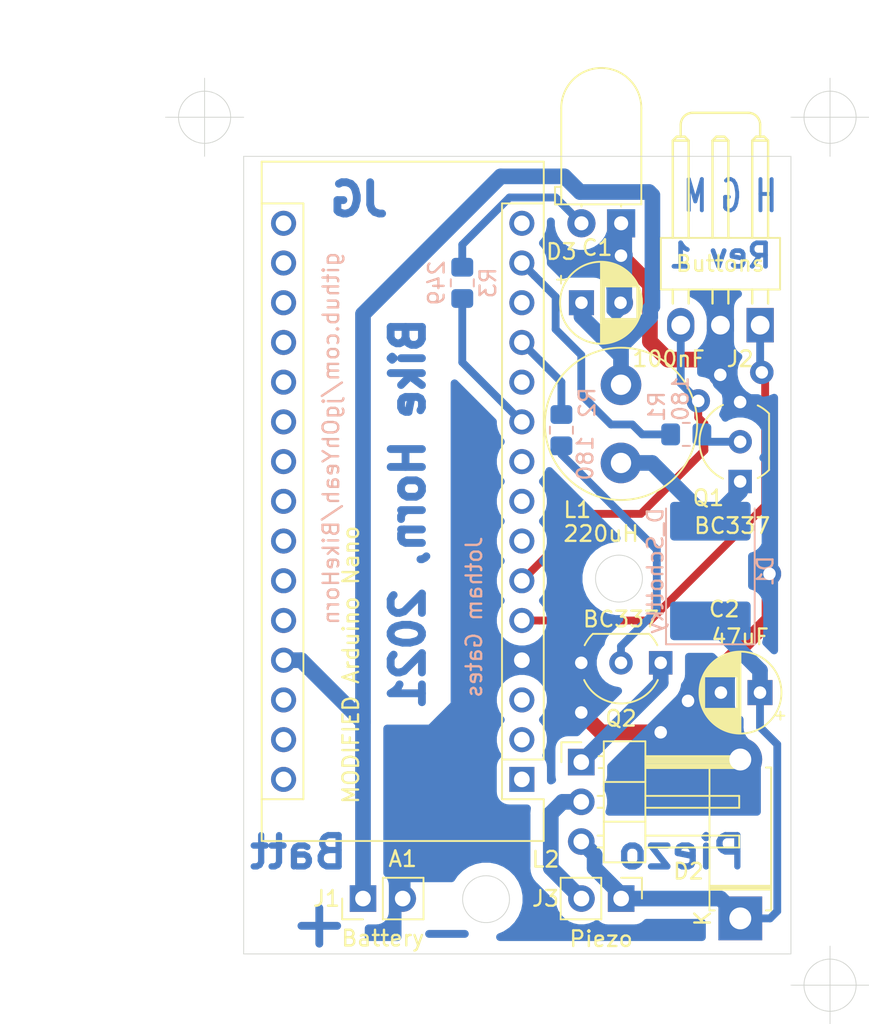
<source format=kicad_pcb>
(kicad_pcb (version 20211014) (generator pcbnew)
  (layers (0 "F.Cu" signal) (31 "B.Cu" signal) (34 "B.Paste" user) (35 "F.Paste" user) (36 "B.SilkS" user "B.Silkscreen") (37 "F.SilkS" user "F.Silkscreen") (38 "B.Mask" user) (39 "F.Mask" user) (44 "Edge.Cuts" user))
  (net 0 "")
  (net 1 "Net-(A1-Pad16)")
  (net 2 "Net-(A1-Pad15)")
  (net 3 "Net-(A1-Pad30)")
  (net 4 "Net-(A1-Pad14)")
  (net 5 "GND")
  (net 6 "Net-(A1-Pad13)")
  (net 7 "Net-(A1-Pad28)")
  (net 8 "Net-(A1-Pad12)")
  (net 9 "+BATT")
  (net 10 "Net-(A1-Pad11)")
  (net 11 "Net-(A1-Pad26)")
  (net 12 "Net-(A1-Pad10)")
  (net 13 "Net-(A1-Pad25)")
  (net 14 "Net-(A1-Pad9)")
  (net 15 "Net-(A1-Pad24)")
  (net 16 "Net-(A1-Pad8)")
  (net 17 "Net-(A1-Pad23)")
  (net 18 "Net-(A1-Pad7)")
  (net 19 "Net-(A1-Pad22)")
  (net 20 "Net-(A1-Pad6)")
  (net 21 "Net-(A1-Pad21)")
  (net 22 "Net-(A1-Pad5)")
  (net 23 "Net-(A1-Pad20)")
  (net 24 "Net-(A1-Pad19)")
  (net 25 "Net-(A1-Pad3)")
  (net 26 "Net-(A1-Pad18)")
  (net 27 "Net-(A1-Pad2)")
  (net 28 "Net-(A1-Pad17)")
  (net 29 "Net-(A1-Pad1)")
  (net 30 "Net-(C2-Pad1)")
  (net 31 "Net-(D1-Pad2)")
  (net 32 "Net-(J3-Pad2)")
  (net 33 "Net-(L2-Pad1)")
  (net 34 "Net-(Q1-Pad2)")
  (net 35 "Net-(Q2-Pad2)")
  (net 36 "Net-(D3-Pad2)")
  (net 37 "Net-(A1-Pad29)")
  (footprint "Diode_THT:D_5W_P10.16mm_Horizontal" (layer "F.Cu") (at 60.96 87.63 90)
    (fp_text reference "D2" (at 3.01 -3.312 180) (layer "F.SilkS"))
    (fp_text value "22V")
    (fp_text user "K" (at 0 -2.4 90) (layer "F.SilkS"))
    (pad "1" thru_hole rect locked (at 0 0 90) (size 2.8 2.8) (drill 1.4) (layers *.Cu *.Mask) (net 30 "Net-(C2-Pad1)"))
    (pad "2" thru_hole oval locked (at 10.16 0 90) (size 2.8 2.8) (drill 1.4) (layers *.Cu *.Mask) (net 5 "GND"))
  )
  (footprint "LED_THT:LED_D5.0mm_Horizontal_O1.27mm_Z3.0mm" (layer "F.Cu") (at 53.34 43.18 180)
    (fp_text reference "D3" (at 3.82 -1.816) (layer "F.SilkS"))
    (fp_text value "LED")
    (pad "1" thru_hole rect locked (at 0 0 180) (size 1.8 1.8) (drill 0.9) (layers *.Cu *.Mask) (net 5 "GND"))
    (pad "2" thru_hole circle locked (at 2.54 0 180) (size 1.8 1.8) (drill 0.9) (layers *.Cu *.Mask) (net 36 "Net-(D3-Pad2)"))
  )
  (footprint "Capacitor_THT:CP_Radial_D5.0mm_P2.50mm" (layer "F.Cu") (at 50.8 48.26)
    (fp_text reference "C1" (at 1.006 -3.518) (layer "F.SilkS"))
    (fp_text value "100nF" (at 5.578 3.594) (layer "F.SilkS"))
    (pad "1" thru_hole rect locked (at 0 0) (size 1.6 1.6) (drill 0.8) (layers *.Cu *.Mask) (net 9 "+BATT"))
    (pad "2" thru_hole circle locked (at 2.5 0) (size 1.6 1.6) (drill 0.8) (layers *.Cu *.Mask) (net 5 "GND"))
  )
  (footprint "Package_TO_SOT_THT:TO-92_Inline_Wide" (layer "F.Cu") (at 55.87 71.285 180)
    (fp_text reference "Q2" (at 2.54 -3.56) (layer "F.SilkS"))
    (fp_text value "BC337" (at 2.54 2.79) (layer "F.SilkS"))
    (pad "1" thru_hole rect locked (at 0 0 180) (size 1.5 1.5) (drill 0.8) (layers *.Cu *.Mask) (net 33 "Net-(L2-Pad1)"))
    (pad "2" thru_hole circle locked (at 2.54 0 180) (size 1.5 1.5) (drill 0.8) (layers *.Cu *.Mask) (net 35 "Net-(Q2-Pad2)"))
    (pad "3" thru_hole circle locked (at 5.08 0 180) (size 1.5 1.5) (drill 0.8) (layers *.Cu *.Mask) (net 5 "GND"))
  )
  (footprint "Connector_PinHeader_2.54mm:PinHeader_1x03_P2.54mm_Horizontal" (layer "F.Cu") (at 50.79 77.635)
    (fp_text reference "L2" (at -2.286 6.223 180) (layer "F.SilkS"))
    (fp_text value "PiezoDriverCoil")
    (pad "1" thru_hole rect locked (at 0 0) (size 1.7 1.7) (drill 1) (layers *.Cu *.Mask) (net 33 "Net-(L2-Pad1)"))
    (pad "2" thru_hole oval locked (at 0 2.54) (size 1.7 1.7) (drill 1) (layers *.Cu *.Mask) (net 32 "Net-(J3-Pad2)"))
    (pad "3" thru_hole oval locked (at 0 5.08) (size 1.7 1.7) (drill 1) (layers *.Cu *.Mask) (net 30 "Net-(C2-Pad1)"))
  )
  (footprint "Connector_PinHeader_2.54mm:PinHeader_1x02_P2.54mm_Vertical" (layer "F.Cu") (at 36.83 86.36 90)
    (fp_text reference "J1" (at 0 -2.33 180) (layer "F.SilkS"))
    (fp_text value "Battery" (at -2.54 1.27 180) (layer "F.SilkS"))
    (pad "1" thru_hole rect locked (at 0 0 90) (size 1.7 1.7) (drill 1) (layers *.Cu *.Mask) (net 9 "+BATT"))
    (pad "2" thru_hole oval locked (at 0 2.54 90) (size 1.7 1.7) (drill 1) (layers *.Cu *.Mask) (net 5 "GND"))
  )
  (footprint "footprints:Molex_KK-254_1x03_P2.54mm_Horizontal" (layer "F.Cu") (at 62.23 49.695 180)
    (fp_text reference "J2" (at 1.28 -2.159) (layer "F.SilkS"))
    (fp_text value "Buttons" (at 2.55 3.937) (layer "F.SilkS"))
    (pad "1" thru_hole rect locked (at 0 0 180) (size 1.74 2.2) (drill 1.2) (layers *.Cu *.Mask) (net 22 "Net-(A1-Pad5)"))
    (pad "2" thru_hole oval locked (at 2.54 0 180) (size 1.74 2.2) (drill 1.2) (layers *.Cu *.Mask) (net 5 "GND"))
    (pad "3" thru_hole oval locked (at 5.08 0 180) (size 1.74 2.2) (drill 1.2) (layers *.Cu *.Mask) (net 20 "Net-(A1-Pad6)"))
  )
  (footprint "Connector_PinHeader_2.54mm:PinHeader_1x02_P2.54mm_Vertical" (layer "F.Cu") (at 53.34 86.36 -90)
    (fp_text reference "J3" (at 0 4.836 180) (layer "F.SilkS"))
    (fp_text value "Piezo" (at 2.578 1.28 180) (layer "F.SilkS"))
    (pad "1" thru_hole rect locked (at 0 0 270) (size 1.7 1.7) (drill 1) (layers *.Cu *.Mask) (net 30 "Net-(C2-Pad1)"))
    (pad "2" thru_hole oval locked (at 0 2.54 270) (size 1.7 1.7) (drill 1) (layers *.Cu *.Mask) (net 32 "Net-(J3-Pad2)"))
  )
  (footprint "Capacitor_THT:CP_Radial_D5.0mm_P2.50mm" (layer "F.Cu") (at 62.22 73.19 180)
    (fp_text reference "C2" (at 2.286 5.334) (layer "F.SilkS"))
    (fp_text value "47uF" (at 1.27 3.556) (layer "F.SilkS"))
    (pad "1" thru_hole rect locked (at 0 0 180) (size 1.6 1.6) (drill 0.8) (layers *.Cu *.Mask) (net 30 "Net-(C2-Pad1)"))
    (pad "2" thru_hole circle locked (at 2.5 0 180) (size 1.6 1.6) (drill 0.8) (layers *.Cu *.Mask) (net 5 "GND"))
  )
  (footprint "Package_TO_SOT_THT:TO-92_Inline_Wide" (layer "F.Cu") (at 60.95 59.69 90)
    (fp_text reference "Q1" (at -1.054 -2.032 180) (layer "F.SilkS"))
    (fp_text value "BC337" (at -2.832 -0.508 180) (layer "F.SilkS"))
    (pad "1" thru_hole rect locked (at 0 0 90) (size 1.5 1.5) (drill 0.8) (layers *.Cu *.Mask) (net 31 "Net-(D1-Pad2)"))
    (pad "2" thru_hole circle locked (at 2.54 0 90) (size 1.5 1.5) (drill 0.8) (layers *.Cu *.Mask) (net 34 "Net-(Q1-Pad2)"))
    (pad "3" thru_hole circle locked (at 5.08 0 90) (size 1.5 1.5) (drill 0.8) (layers *.Cu *.Mask) (net 5 "GND"))
  )
  (footprint "Inductor_THT:L_Radial_D9.5mm_P5.00mm_Fastron_07HVP" (layer "F.Cu") (at 53.33 53.505 -90)
    (fp_text reference "L1" (at 8.001 2.794 180) (layer "F.SilkS"))
    (fp_text value "220uH" (at 9.525 1.27 180) (layer "F.SilkS"))
    (pad "1" thru_hole circle locked (at 0 0 270) (size 2.6 2.6) (drill 1.3) (layers *.Cu *.Mask) (net 9 "+BATT"))
    (pad "2" thru_hole circle locked (at 5 0 270) (size 2.6 2.6) (drill 1.3) (layers *.Cu *.Mask) (net 31 "Net-(D1-Pad2)"))
  )
  (footprint "footprints:Arduino_Nano" (layer "F.Cu") (at 46.99 78.74 180)
    (fp_text reference "A1" (at 7.62 -5.08) (layer "F.SilkS"))
    (fp_text value "MODIFIED Arduino Nano" (at 10.932 7.328 90) (layer "F.SilkS"))
    (pad "1" thru_hole rect locked (at 0 0 180) (size 1.6 1.6) (drill 1) (layers *.Cu *.Mask) (net 29 "Net-(A1-Pad1)"))
    (pad "2" thru_hole oval locked (at 0 2.54 180) (size 1.6 1.6) (drill 1) (layers *.Cu *.Mask) (net 27 "Net-(A1-Pad2)"))
    (pad "3" thru_hole oval locked (at 0 5.08 180) (size 1.6 1.6) (drill 1) (layers *.Cu *.Mask) (net 25 "Net-(A1-Pad3)"))
    (pad "4" thru_hole oval locked (at 0 7.62 180) (size 1.6 1.6) (drill 1) (layers *.Cu *.Mask) (net 5 "GND"))
    (pad "5" thru_hole oval locked (at 0 10.16 180) (size 1.6 1.6) (drill 1) (layers *.Cu *.Mask) (net 22 "Net-(A1-Pad5)"))
    (pad "6" thru_hole oval locked (at 0 12.7 180) (size 1.6 1.6) (drill 1) (layers *.Cu *.Mask) (net 20 "Net-(A1-Pad6)"))
    (pad "7" thru_hole oval locked (at 0 15.24 180) (size 1.6 1.6) (drill 1) (layers *.Cu *.Mask) (net 18 "Net-(A1-Pad7)"))
    (pad "8" thru_hole oval locked (at 0 17.78 180) (size 1.6 1.6) (drill 1) (layers *.Cu *.Mask) (net 16 "Net-(A1-Pad8)"))
    (pad "9" thru_hole oval locked (at 0 20.32 180) (size 1.6 1.6) (drill 1) (layers *.Cu *.Mask) (net 14 "Net-(A1-Pad9)"))
    (pad "10" thru_hole oval locked (at 0 22.86 180) (size 1.6 1.6) (drill 1) (layers *.Cu *.Mask) (net 12 "Net-(A1-Pad10)"))
    (pad "11" thru_hole oval locked (at 0 25.4 180) (size 1.6 1.6) (drill 1) (layers *.Cu *.Mask) (net 10 "Net-(A1-Pad11)"))
    (pad "12" thru_hole oval locked (at 0 27.94 180) (size 1.6 1.6) (drill 1) (layers *.Cu *.Mask) (net 8 "Net-(A1-Pad12)"))
    (pad "13" thru_hole oval locked (at 0 30.48 180) (size 1.6 1.6) (drill 1) (layers *.Cu *.Mask) (net 6 "Net-(A1-Pad13)"))
    (pad "14" thru_hole oval locked (at 0 33.02 180) (size 1.6 1.6) (drill 1) (layers *.Cu *.Mask) (net 4 "Net-(A1-Pad14)"))
    (pad "15" thru_hole oval locked (at 0 35.56 180) (size 1.6 1.6) (drill 1) (layers *.Cu *.Mask) (net 2 "Net-(A1-Pad15)"))
    (pad "16" thru_hole oval locked (at 15.24 35.56 180) (size 1.6 1.6) (drill 1) (layers *.Cu *.Mask) (net 1 "Net-(A1-Pad16)"))
    (pad "17" thru_hole oval locked (at 15.24 33.02 180) (size 1.6 1.6) (drill 1) (layers *.Cu *.Mask) (net 28 "Net-(A1-Pad17)"))
    (pad "18" thru_hole oval locked (at 15.24 30.48 180) (size 1.6 1.6) (drill 1) (layers *.Cu *.Mask) (net 26 "Net-(A1-Pad18)"))
    (pad "19" thru_hole oval locked (at 15.24 27.94 180) (size 1.6 1.6) (drill 1) (layers *.Cu *.Mask) (net 24 "Net-(A1-Pad19)"))
    (pad "20" thru_hole oval locked (at 15.24 25.4 180) (size 1.6 1.6) (drill 1) (layers *.Cu *.Mask) (net 23 "Net-(A1-Pad20)"))
    (pad "21" thru_hole oval locked (at 15.24 22.86 180) (size 1.6 1.6) (drill 1) (layers *.Cu *.Mask) (net 21 "Net-(A1-Pad21)"))
    (pad "22" thru_hole oval locked (at 15.24 20.32 180) (size 1.6 1.6) (drill 1) (layers *.Cu *.Mask) (net 19 "Net-(A1-Pad22)"))
    (pad "23" thru_hole oval locked (at 15.24 17.78 180) (size 1.6 1.6) (drill 1) (layers *.Cu *.Mask) (net 17 "Net-(A1-Pad23)"))
    (pad "24" thru_hole oval locked (at 15.24 15.24 180) (size 1.6 1.6) (drill 1) (layers *.Cu *.Mask) (net 15 "Net-(A1-Pad24)"))
    (pad "25" thru_hole oval locked (at 15.24 12.7 180) (size 1.6 1.6) (drill 1) (layers *.Cu *.Mask) (net 13 "Net-(A1-Pad25)"))
    (pad "26" thru_hole oval locked (at 15.24 10.16 180) (size 1.6 1.6) (drill 1) (layers *.Cu *.Mask) (net 11 "Net-(A1-Pad26)"))
    (pad "27" thru_hole oval locked (at 15.24 7.62 180) (size 1.6 1.6) (drill 1) (layers *.Cu *.Mask) (net 9 "+BATT"))
    (pad "28" thru_hole oval locked (at 15.24 5.08 180) (size 1.6 1.6) (drill 1) (layers *.Cu *.Mask) (net 7 "Net-(A1-Pad28)"))
    (pad "29" thru_hole oval locked (at 15.24 2.54 180) (size 1.6 1.6) (drill 1) (layers *.Cu *.Mask) (net 37 "Net-(A1-Pad29)"))
    (pad "30" thru_hole oval locked (at 15.24 0 180) (size 1.6 1.6) (drill 1) (layers *.Cu *.Mask) (net 3 "Net-(A1-Pad30)"))
  )
  (footprint "Diode_SMD:D_3220_8050Metric" (layer "B.Cu") (at 59.045 65.4175 90)
    (fp_text reference "D1" (at 0 3.52 90) (layer "B.SilkS") (effects (justify mirror)))
    (fp_text value "D_Schottky" (at 0 -3.52 90) (layer "B.SilkS") (effects (justify mirror)))
    (pad "1" smd roundrect locked (at -3.1875 0 90) (size 2.475 5.15) (layers "B.Cu" "B.Paste" "B.Mask") (roundrect_rratio 0.101009697) (net 30 "Net-(C2-Pad1)"))
    (pad "2" smd roundrect locked (at 3.1875 0 90) (size 2.475 5.15) (layers "B.Cu" "B.Paste" "B.Mask") (roundrect_rratio 0.101009697) (net 31 "Net-(D1-Pad2)"))
  )
  (footprint "Resistor_SMD:R_0805_2012Metric_Pad1.20x1.40mm_HandSolder" (layer "B.Cu") (at 57.505 56.68 180)
    (fp_text reference "R1" (at 1.889 1.778 90) (layer "B.SilkS") (effects (justify mirror)))
    (fp_text value "180" (at 0.365 2.286 90) (layer "B.SilkS") (effects (justify mirror)))
    (pad "1" smd roundrect locked (at -1 0 180) (size 1.2 1.4) (layers "B.Cu" "B.Paste" "B.Mask") (roundrect_rratio 0.2083325) (net 34 "Net-(Q1-Pad2)"))
    (pad "2" smd roundrect locked (at 1 0 180) (size 1.2 1.4) (layers "B.Cu" "B.Paste" "B.Mask") (roundrect_rratio 0.2083325) (net 4 "Net-(A1-Pad14)"))
  )
  (footprint "Resistor_SMD:R_0805_2012Metric_Pad1.20x1.40mm_HandSolder" (layer "B.Cu") (at 49.52 56.41 90)
    (fp_text reference "R2" (at 1.762 1.65 90) (layer "B.SilkS") (effects (justify mirror)))
    (fp_text value "180" (at -1.794 1.524 90) (layer "B.SilkS") (effects (justify mirror)))
    (pad "1" smd roundrect locked (at -1 0 90) (size 1.2 1.4) (layers "B.Cu" "B.Paste" "B.Mask") (roundrect_rratio 0.2083325) (net 35 "Net-(Q2-Pad2)"))
    (pad "2" smd roundrect locked (at 1 0 90) (size 1.2 1.4) (layers "B.Cu" "B.Paste" "B.Mask") (roundrect_rratio 0.2083325) (net 8 "Net-(A1-Pad12)"))
  )
  (footprint "Resistor_SMD:R_0805_2012Metric_Pad1.20x1.40mm_HandSolder" (layer "B.Cu") (at 43.18 46.99 90)
    (fp_text reference "R3" (at 0 1.65 90) (layer "B.SilkS") (effects (justify mirror)))
    (fp_text value "249" (at 0 -1.65 90) (layer "B.SilkS") (effects (justify mirror)))
    (pad "1" smd roundrect locked (at -1 0 90) (size 1.2 1.4) (layers "B.Cu" "B.Paste" "B.Mask") (roundrect_rratio 0.2083325) (net 12 "Net-(A1-Pad10)"))
    (pad "2" smd roundrect locked (at 1 0 90) (size 1.2 1.4) (layers "B.Cu" "B.Paste" "B.Mask") (roundrect_rratio 0.2083325) (net 36 "Net-(D3-Pad2)"))
  )
  (gr_line (start 64.2 89.9) (end 64.2 38.9) (layer "Edge.Cuts") (width 0.05))
  (gr_line (start 64.2 38.9) (end 29.2 38.9) (layer "Edge.Cuts") (width 0.05))
  (gr_line (start 29.2 89.9) (end 64.2 89.9) (layer "Edge.Cuts") (width 0.05))
  (gr_circle (center 53.2 65.9) (end 54.7 65.9) (layer "Edge.Cuts") (width 0.05) (fill none))
  (gr_circle (center 44.7 86.4) (end 46.2 86.4) (layer "Edge.Cuts") (width 0.05) (fill none))
  (gr_line (start 29.2 38.9) (end 29.2 89.9) (layer "Edge.Cuts") (width 0.05))
  (gr_text "Batt" (at 32.7 83.4) (layer "B.Cu") (effects (font (size 2 2) (thickness 0.4)) (justify mirror)))
  (gr_text "Rev 1" (at 59.68 45.25) (layer "B.Cu") (effects (font (size 1.5 1.5) (thickness 0.3)) (justify mirror)))
  (gr_text "-" (at 42.2 88.4) (layer "B.Cu") (effects (font (size 3 3) (thickness 0.5)) (justify mirror)))
  (gr_text "+" (at 34.036 87.884) (layer "B.Cu") (effects (font (size 3 3) (thickness 0.5)) (justify mirror)))
  (gr_text "H G M" (at 60.315 41.44) (layer "B.Cu") (effects (font (size 2 1.25) (thickness 0.25)) (justify mirror)))
  (gr_text "JG" (at 36.576 41.656) (layer "B.Cu") (effects (font (size 2 2) (thickness 0.5)) (justify mirror)))
  (gr_text "Bike Horn, 2021" (at 39.7 61.76 90) (layer "B.Cu") (effects (font (size 2 2) (thickness 0.5)) (justify mirror)))
  (gr_text "Piezo" (at 57.2 83.4) (layer "B.Cu") (effects (font (size 2 2) (thickness 0.4)) (justify mirror)))
  (gr_text "Jotham Gates" (at 43.932 68.364 90) (layer "B.SilkS") (effects (font (size 1 1)) (justify mirror)))
  (gr_text "github.com/jgOhYeah/BikeHorn" (at 34.788 56.934 90) (layer "B.SilkS") (effects (font (size 1 1)) (justify mirror)))
  (target plus (at 66.7 91.9) (size 5) (width 0.05) (layer "Edge.Cuts"))
  (target plus (at 26.7 36.4) (size 5) (width 0.05) (layer "Edge.Cuts"))
  (target plus (at 66.7 36.4) (size 5) (width 0.05) (layer "Edge.Cuts"))
  (segment (start 47.789999 46.519999) (end 46.99 45.72) (width 0.5) (layer "B.Cu") (net 4))
  (segment (start 49.149999 49.959999) (end 49.149999 47.879999) (width 0.5) (layer "B.Cu") (net 4))
  (segment (start 52.687998 56.045) (end 50.79 54.147002) (width 0.5) (layer "B.Cu") (net 4))
  (segment (start 56.505 56.68) (end 54.687002 56.68) (width 0.5) (layer "B.Cu") (net 4))
  (segment (start 49.149999 47.879999) (end 47.789999 46.519999) (width 0.5) (layer "B.Cu") (net 4))
  (segment (start 50.79 51.6) (end 49.149999 49.959999) (width 0.5) (layer "B.Cu") (net 4))
  (segment (start 54.687002 56.68) (end 54.052002 56.045) (width 0.5) (layer "B.Cu") (net 4))
  (segment (start 54.052002 56.045) (end 52.687998 56.045) (width 0.5) (layer "B.Cu") (net 4))
  (segment (start 50.79 54.147002) (end 50.79 51.6) (width 0.5) (layer "B.Cu") (net 4))
  (segment (start 58.930001 52.120001) (end 59.68 52.87) (width 1) (layer "F.Cu") (net 5))
  (segment (start 58.70501 51.89501) (end 58.930001 52.120001) (width 1) (layer "F.Cu") (net 5))
  (segment (start 55.87 75.73) (end 52.06 75.73) (width 1) (layer "F.Cu") (net 5))
  (segment (start 56.333996 51.89501) (end 58.70501 51.89501) (width 1) (layer "F.Cu") (net 5))
  (segment (start 62.825 68.512481) (end 62.825 65.593274) (width 1) (layer "F.Cu") (net 5))
  (segment (start 52.06 75.73) (end 50.79 74.46) (width 1) (layer "F.Cu") (net 5))
  (segment (start 55.17999 47.09999) (end 53.33 45.25) (width 1) (layer "F.Cu") (net 5))
  (segment (start 55.17999 50.741004) (end 56.333996 51.89501) (width 1) (layer "F.Cu") (net 5))
  (segment (start 55.17999 50.741004) (end 55.17999 47.09999) (width 1) (layer "F.Cu") (net 5))
  (segment (start 57.616699 73.720782) (end 62.825 68.512481) (width 1) (layer "F.Cu") (net 5))
  (via (at 55.87 75.73) (size 1.5) (drill 0.8) (layers "F.Cu" "B.Cu") (net 5))
  (via (at 59.68 52.87) (size 1.5) (drill 0.8) (layers "F.Cu" "B.Cu") (net 5))
  (via (at 53.33 45.25) (size 1.5) (drill 0.8) (layers "F.Cu" "B.Cu") (net 5))
  (via (at 57.616699 73.720782) (size 1.5) (drill 0.8) (layers "F.Cu" "B.Cu") (net 5))
  (via (at 50.79 74.46) (size 1.5) (drill 0.8) (layers "F.Cu" "B.Cu") (net 5))
  (via (at 62.825 65.593274) (size 1.5) (drill 0.8) (layers "F.Cu" "B.Cu") (net 5))
  (segment (start 60.96 77.47) (end 59.72 76.23) (width 1) (layer "B.Cu") (net 5))
  (segment (start 53.33 45.25) (end 53.34 48.22) (width 1) (layer "B.Cu") (net 5))
  (segment (start 62.825 55.42434) (end 62.01066 54.61) (width 1) (layer "B.Cu") (net 5))
  (segment (start 50.79 74.46) (end 50.79 71.285) (width 1) (layer "B.Cu") (net 5))
  (segment (start 62.01066 54.61) (end 60.95 54.61) (width 1) (layer "B.Cu") (net 5))
  (segment (start 46.99 71.12) (end 45.85863 71.12) (width 1) (layer "B.Cu") (net 5))
  (segment (start 45.85863 71.12) (end 39.37 77.60863) (width 1) (layer "B.Cu") (net 5))
  (segment (start 47.155 71.285) (end 46.99 71.12) (width 1) (layer "B.Cu") (net 5))
  (segment (start 53.34 43.18) (end 53.33 45.25) (width 1) (layer "B.Cu") (net 5))
  (segment (start 59.69 53.35) (end 59.69 52.88) (width 1) (layer "B.Cu") (net 5))
  (segment (start 59.69 53.35) (end 59.69 49.695) (width 1) (layer "B.Cu") (net 5))
  (segment (start 50.79 71.285) (end 47.155 71.285) (width 1) (layer "B.Cu") (net 5))
  (segment (start 57.18 75.69) (end 57.18 74.157481) (width 1) (layer "B.Cu") (net 5))
  (segment (start 59.69 52.88) (end 59.68 52.87) (width 1) (layer "B.Cu") (net 5))
  (segment (start 39.37 85.157919) (end 39.37 86.36) (width 1) (layer "B.Cu") (net 5))
  (segment (start 53.34 48.22) (end 53.3 48.26) (width 1) (layer "B.Cu") (net 5))
  (segment (start 59.72 76.23) (end 59.72 75.69) (width 1) (layer "B.Cu") (net 5))
  (segment (start 39.37 77.60863) (end 39.37 85.157919) (width 1) (layer "B.Cu") (net 5))
  (segment (start 55.91 75.69) (end 55.87 75.73) (width 1) (layer "B.Cu") (net 5))
  (segment (start 57.18 75.69) (end 55.91 75.69) (width 1) (layer "B.Cu") (net 5))
  (segment (start 59.72 75.69) (end 57.18 75.69) (width 1) (layer "B.Cu") (net 5))
  (segment (start 57.18 74.157481) (end 57.616699 73.720782) (width 1) (layer "B.Cu") (net 5))
  (segment (start 59.72 75.69) (end 59.72 73.19) (width 1) (layer "B.Cu") (net 5))
  (segment (start 62.825 65.593274) (end 62.825 55.42434) (width 1) (layer "B.Cu") (net 5))
  (segment (start 60.95 54.61) (end 59.69 53.35) (width 1) (layer "B.Cu") (net 5))
  (segment (start 49.52 53.33) (end 49.52 55.41) (width 0.5) (layer "B.Cu") (net 8))
  (segment (start 46.99 50.8) (end 49.52 53.33) (width 0.5) (layer "B.Cu") (net 8))
  (segment (start 36.83 75.06863) (end 32.88137 71.12) (width 1) (layer "B.Cu") (net 9))
  (segment (start 55.340001 48.488985) (end 55.200001 48.628985) (width 1) (layer "B.Cu") (net 9))
  (segment (start 53.33 51.666523) (end 53.33 53.505) (width 1) (layer "B.Cu") (net 9))
  (segment (start 45.638807 40.179989) (end 49.709192 40.17999) (width 1) (layer "B.Cu") (net 9))
  (segment (start 36.83 75.06863) (end 36.83 48.988796) (width 1) (layer "B.Cu") (net 9))
  (segment (start 49.709192 40.17999) (end 50.709201 41.179999) (width 1) (layer "B.Cu") (net 9))
  (segment (start 55.120001 41.179999) (end 55.340001 41.399999) (width 1) (layer "B.Cu") (net 9))
  (segment (start 55.200001 49.172001) (end 53.33 51.042002) (width 1) (layer "B.Cu") (net 9))
  (segment (start 50.709201 41.179999) (end 55.120001 41.179999) (width 1) (layer "B.Cu") (net 9))
  (segment (start 50.8 49.136523) (end 53.33 51.666523) (width 1) (layer "B.Cu") (net 9))
  (segment (start 36.83 86.36) (end 36.83 75.06863) (width 1) (layer "B.Cu") (net 9))
  (segment (start 50.8 48.26) (end 50.8 49.136523) (width 1) (layer "B.Cu") (net 9))
  (segment (start 32.88137 71.12) (end 31.75 71.12) (width 1) (layer "B.Cu") (net 9))
  (segment (start 55.200001 48.628985) (end 55.200001 49.172001) (width 1) (layer "B.Cu") (net 9))
  (segment (start 36.83 48.988796) (end 45.638807 40.179989) (width 1) (layer "B.Cu") (net 9))
  (segment (start 53.33 51.042002) (end 53.33 51.666523) (width 1) (layer "B.Cu") (net 9))
  (segment (start 55.340001 41.399999) (end 55.340001 48.488985) (width 1) (layer "B.Cu") (net 9))
  (segment (start 43.18 52.07) (end 46.99 55.88) (width 0.5) (layer "B.Cu") (net 12))
  (segment (start 43.18 47.99) (end 43.18 52.07) (width 0.5) (layer "B.Cu") (net 12))
  (segment (start 58.664 57.696) (end 54.6 61.76) (width 0.5) (layer "F.Cu") (net 20))
  (segment (start 58.271168 54.537189) (end 58.271168 55.597849) (width 0.5) (layer "F.Cu") (net 20))
  (segment (start 54.6 61.76) (end 51.27 61.76) (width 0.5) (layer "F.Cu") (net 20))
  (segment (start 58.271168 55.597849) (end 58.664 55.990681) (width 0.5) (layer "F.Cu") (net 20))
  (segment (start 51.27 61.76) (end 46.99 66.04) (width 0.5) (layer "F.Cu") (net 20))
  (segment (start 58.589999 57.770001) (end 58.664 57.696) (width 0.5) (layer "F.Cu") (net 20))
  (segment (start 58.664 55.990681) (end 58.664 57.696) (width 0.5) (layer "F.Cu") (net 20))
  (via (at 58.271168 54.537189) (size 1.5) (drill 0.8) (layers "F.Cu" "B.Cu") (net 20))
  (segment (start 57.15 49.695) (end 57.15 53.416021) (width 0.5) (layer "B.Cu") (net 20))
  (segment (start 57.15 53.416021) (end 58.271168 54.537189) (width 0.5) (layer "B.Cu") (net 20))
  (segment (start 62.335446 52.71183) (end 62.550001 52.926385) (width 0.5) (layer "F.Cu") (net 22))
  (segment (start 62.550001 52.926385) (end 62.550001 61.232999) (width 0.5) (layer "F.Cu") (net 22))
  (segment (start 48.12137 68.58) (end 46.99 68.58) (width 0.5) (layer "F.Cu") (net 22))
  (segment (start 55.203 68.58) (end 48.12137 68.58) (width 0.5) (layer "F.Cu") (net 22))
  (segment (start 62.550001 61.232999) (end 55.203 68.58) (width 0.5) (layer "F.Cu") (net 22))
  (via (at 62.335446 52.71183) (size 1.5) (drill 0.8) (layers "F.Cu" "B.Cu") (net 22))
  (segment (start 62.23 52.606384) (end 62.335446 52.71183) (width 0.5) (layer "B.Cu") (net 22))
  (segment (start 62.23 49.695) (end 62.23 52.606384) (width 0.5) (layer "B.Cu") (net 22))
  (segment (start 63.32499 76.504988) (end 63.32499 87.16501) (width 0.5) (layer "B.Cu") (net 30))
  (segment (start 62.22 75.399998) (end 63.32499 76.504988) (width 0.5) (layer "B.Cu") (net 30))
  (segment (start 63.32499 87.16501) (end 62.86 87.63) (width 0.5) (layer "B.Cu") (net 30))
  (segment (start 62.22 71.78) (end 62.22 73.19) (width 1) (layer "B.Cu") (net 30))
  (segment (start 59.045 68.605) (end 62.22 71.78) (width 1) (layer "B.Cu") (net 30))
  (segment (start 51.639999 84.409999) (end 53.34 86.11) (width 1) (layer "B.Cu") (net 30))
  (segment (start 50.79 82.715) (end 51.639999 83.564999) (width 1) (layer "B.Cu") (net 30))
  (segment (start 51.639999 83.564999) (end 51.639999 84.409999) (width 1) (layer "B.Cu") (net 30))
  (segment (start 53.34 86.36) (end 59.69 86.36) (width 1) (layer "B.Cu") (net 30))
  (segment (start 62.86 87.63) (end 60.96 87.63) (width 0.5) (layer "B.Cu") (net 30))
  (segment (start 62.22 73.19) (end 62.22 75.399998) (width 0.5) (layer "B.Cu") (net 30))
  (segment (start 59.69 86.36) (end 60.96 87.63) (width 1) (layer "B.Cu") (net 30))
  (segment (start 53.34 86.11) (end 53.34 86.36) (width 1) (layer "B.Cu") (net 30))
  (segment (start 55.32 58.505) (end 59.045 62.23) (width 1) (layer "B.Cu") (net 31))
  (segment (start 53.33 58.505) (end 55.32 58.505) (width 1) (layer "B.Cu") (net 31))
  (segment (start 60.95 60.325) (end 59.045 62.23) (width 1) (layer "B.Cu") (net 31))
  (segment (start 60.95 59.69) (end 60.95 60.325) (width 1) (layer "B.Cu") (net 31))
  (segment (start 50.79 80.175) (end 49.587919 80.175) (width 1) (layer "B.Cu") (net 32))
  (segment (start 49.587919 80.175) (end 48.839999 80.92292) (width 1) (layer "B.Cu") (net 32))
  (segment (start 48.839999 84.399999) (end 49.950001 85.510001) (width 1) (layer "B.Cu") (net 32))
  (segment (start 49.950001 85.510001) (end 50.8 86.36) (width 1) (layer "B.Cu") (net 32))
  (segment (start 48.839999 80.92292) (end 48.839999 84.399999) (width 1) (layer "B.Cu") (net 32))
  (segment (start 55.87 72.555) (end 50.79 77.635) (width 1) (layer "B.Cu") (net 33))
  (segment (start 55.87 71.285) (end 55.87 72.555) (width 1) (layer "B.Cu") (net 33))
  (segment (start 58.975 57.15) (end 58.505 56.68) (width 0.5) (layer "B.Cu") (net 34))
  (segment (start 60.95 57.15) (end 58.975 57.15) (width 0.5) (layer "B.Cu") (net 34))
  (segment (start 49.52 57.95) (end 55.61999 64.04999) (width 0.5) (layer "B.Cu") (net 35))
  (segment (start 55.61999 67.93435) (end 53.33 70.22434) (width 0.5) (layer "B.Cu") (net 35))
  (segment (start 49.52 57.41) (end 49.52 57.95) (width 0.5) (layer "B.Cu") (net 35))
  (segment (start 53.33 70.22434) (end 53.33 71.285) (width 0.5) (layer "B.Cu") (net 35))
  (segment (start 55.61999 64.04999) (end 55.61999 67.93435) (width 0.5) (layer "B.Cu") (net 35))
  (segment (start 49.149999 41.529999) (end 46.197999 41.529999) (width 0.5) (layer "B.Cu") (net 36))
  (segment (start 50.8 43.18) (end 49.149999 41.529999) (width 0.5) (layer "B.Cu") (net 36))
  (segment (start 46.197999 41.529999) (end 43.18 44.547998) (width 0.5) (layer "B.Cu") (net 36))
  (segment (start 43.18 45.39) (end 43.18 45.99) (width 0.5) (layer "B.Cu") (net 36))
  (segment (start 43.18 44.547998) (end 43.18 45.39) (width 0.5) (layer "B.Cu") (net 36))
  (zone (net 5) (net_name "GND") (layer "B.Cu") (connect_pads yes (clearance 0.8)) (min_thickness 0.5) (fill yes (thermal_gap 0.508) (thermal_bridge_width 0.508) (smoothing chamfer))
    (polygon (pts (xy 64.135 90.17) (xy 29.21 90.17) (xy 29.21 38.735) (xy 64.135 38.735)))
  )
  (zone (net 0) (net_name "") (layer "B.Cu") (connect_pads yes (clearance 0)) (min_thickness 0.254)
    (keepout (tracks not_allowed) (vias not_allowed) (pads allowed) (copperpour not_allowed) (footprints allowed))
    (fill (thermal_gap 0.508) (thermal_bridge_width 0.508))
    (polygon (pts (xy 61.458 67.221) (xy 56.632 67.221) (xy 56.632 63.538) (xy 61.458 63.538)))
  )
)
</source>
